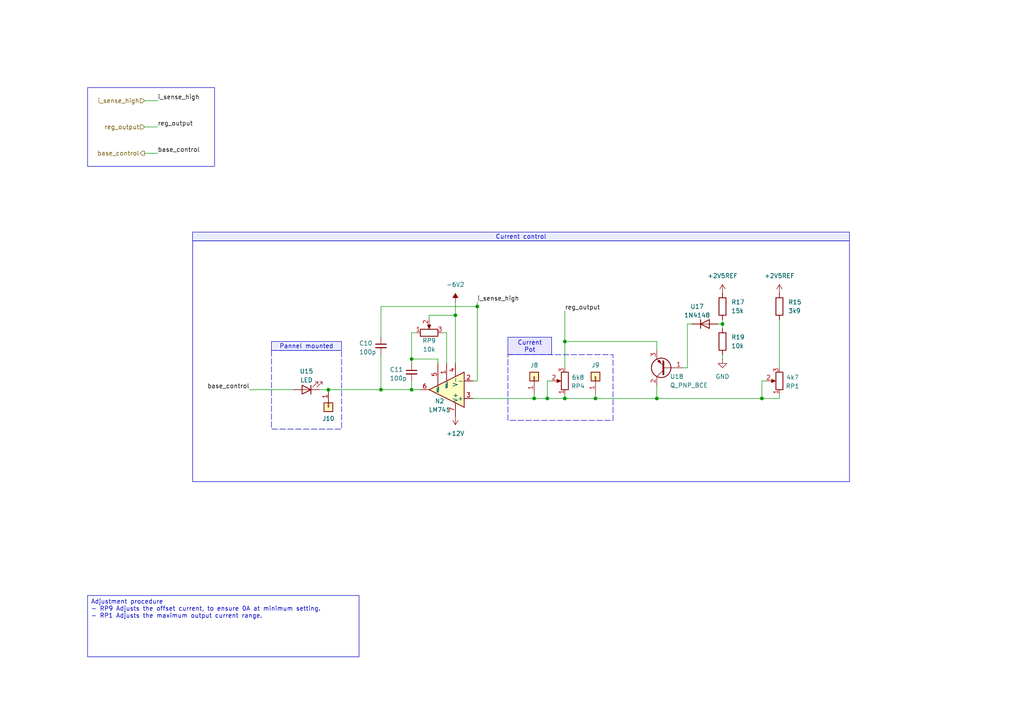
<source format=kicad_sch>
(kicad_sch (version 20250114) (generator "eeschema") (generator_version "9.0")
  (paper "A4")
  (title_block (title "PS23023 Master") (date "2025-12-29") (rev "1.0.0") (comment 1 "Compliant with Velleman’s layout"))
  (lib_symbols
    (symbol "Amplifier_Operational:LM741" (pin_names (offset 0.127))
      (property "Reference" "U" (at 0 6.35 0))
      (property "Value" "LM741" (at 0 3.81 0))
      (symbol "LM741_0_1"
        (polyline (pts (xy -5.08 5.08) (xy 5.08 0) (xy -5.08 -5.08) (xy -5.08 5.08)) (stroke (width 0.254)) (fill (type background)))
      )
      (symbol "LM741_1_1"
        (pin input line (at -7.62 2.54 0) (length 2.54) (name "+") (number "3"))
        (pin input line (at -7.62 -2.54 0) (length 2.54) (name "-") (number "2"))
        (pin power_in line (at -2.54 7.62 270) (length 3.81) (name "V+") (number "7"))
        (pin power_in line (at -2.54 -7.62 90) (length 3.81) (name "V-") (number "4"))
        (pin no_connect line (at 0 2.54 270) (length 2.54) (hide yes) (name "NC") (number "8"))
        (pin input line (at 0 -7.62 90) (length 5.08) (name "NULL") (number "1"))
        (pin input line (at 2.54 -7.62 90) (length 6.35) (name "NULL") (number "5"))
        (pin output line (at 7.62 0 180) (length 2.54) (name "~") (number "6"))
      )
    )
    (symbol "Connector_Generic:Conn_01x01" (pin_names (offset 1.016) (hide yes))
      (property "Reference" "J" (at 0 2.54 0))
      (property "Value" "Conn_01x01" (at 0 -2.54 0))
      (symbol "Conn_01x01_1_1"
        (rectangle (start -1.27 1.27) (end 1.27 -1.27) (stroke (width 0.254)) (fill (type background)))
        (rectangle (start -1.27 0.127) (end 0 -0.127) (stroke (width 0.1524)))
        (pin passive line (at -5.08 0 0) (length 3.81) (name "Pin_1") (number "1"))
      )
    )
    (symbol "Device:C_Small" (pin_numbers (hide yes)) (pin_names (offset 0.254) (hide yes))
      (property "Reference" "C" (at 0.254 1.778 0))
      (property "Value" "C_Small" (at 0.254 -2.032 0))
      (symbol "C_Small_0_1"
        (polyline (pts (xy -1.524 0.508) (xy 1.524 0.508)) (stroke (width 0.3048)))
        (polyline (pts (xy -1.524 -0.508) (xy 1.524 -0.508)) (stroke (width 0.3302)))
      )
      (symbol "C_Small_1_1"
        (pin passive line (at 0 2.54 270) (length 2.032) (name "~") (number "1"))
        (pin passive line (at 0 -2.54 90) (length 2.032) (name "~") (number "2"))
      )
    )
    (symbol "Device:LED" (pin_numbers (hide yes)) (pin_names (offset 1.016) (hide yes))
      (property "Reference" "D" (at 0 2.54 0))
      (property "Value" "LED" (at 0 -2.54 0))
      (symbol "LED_0_1"
        (polyline (pts (xy -3.048 -0.762) (xy -4.572 -2.286) (xy -3.81 -2.286) (xy -4.572 -2.286) (xy -4.572 -1.524)))
        (polyline (pts (xy -1.778 -0.762) (xy -3.302 -2.286) (xy -2.54 -2.286) (xy -3.302 -2.286) (xy -3.302 -1.524)))
        (polyline (pts (xy -1.27 0) (xy 1.27 0)))
        (polyline (pts (xy -1.27 -1.27) (xy -1.27 1.27)) (stroke (width 0.254)))
        (polyline (pts (xy 1.27 -1.27) (xy 1.27 1.27) (xy -1.27 0) (xy 1.27 -1.27)) (stroke (width 0.254)))
      )
      (symbol "LED_1_1"
        (pin passive line (at -3.81 0 0) (length 2.54) (name "K") (number "1"))
        (pin passive line (at 3.81 0 180) (length 2.54) (name "A") (number "2"))
      )
    )
    (symbol "Device:R" (pin_numbers (hide yes)) (pin_names (offset 0))
      (property "Reference" "R" (at 2.032 0 90))
      (property "Value" "R" (at 0 0 90))
      (symbol "R_0_1"
        (rectangle (start -1.016 -2.54) (end 1.016 2.54) (stroke (width 0.254)))
      )
      (symbol "R_1_1"
        (pin passive line (at 0 3.81 270) (length 1.27) (name "~") (number "1"))
        (pin passive line (at 0 -3.81 90) (length 1.27) (name "~") (number "2"))
      )
    )
    (symbol "Device:R_Potentiometer" (pin_names (offset 1.016) (hide yes))
      (property "Reference" "RV" (at -4.445 0 90))
      (property "Value" "R_Potentiometer" (at -2.54 0 90))
      (symbol "R_Potentiometer_0_1"
        (rectangle (start 1.016 2.54) (end -1.016 -2.54) (stroke (width 0.254)))
        (polyline (pts (xy 1.143 0) (xy 2.286 0.508) (xy 2.286 -0.508) (xy 1.143 0)) (fill (type outline)))
        (polyline (pts (xy 2.54 0) (xy 1.524 0)))
      )
      (symbol "R_Potentiometer_1_1"
        (pin passive line (at 0 3.81 270) (length 1.27) (name "1") (number "1"))
        (pin passive line (at 0 -3.81 90) (length 1.27) (name "3") (number "3"))
        (pin passive line (at 3.81 0 180) (length 1.27) (name "2") (number "2"))
      )
    )
    (symbol "Diode:1N4148" (pin_numbers (hide yes)) (pin_names (hide yes))
      (property "Reference" "D" (at 0 2.54 0))
      (property "Value" "1N4148" (at 0 -2.54 0))
      (symbol "1N4148_0_1"
        (polyline (pts (xy -1.27 1.27) (xy -1.27 -1.27)) (stroke (width 0.254)))
        (polyline (pts (xy 1.27 1.27) (xy 1.27 -1.27) (xy -1.27 0) (xy 1.27 1.27)) (stroke (width 0.254)))
        (polyline (pts (xy 1.27 0) (xy -1.27 0)))
      )
      (symbol "1N4148_1_1"
        (pin passive line (at -3.81 0 0) (length 2.54) (name "K") (number "1"))
        (pin passive line (at 3.81 0 180) (length 2.54) (name "A") (number "2"))
      )
    )
    (symbol "Transistor_BJT:Q_PNP_BCE" (pin_names (offset 0) (hide yes))
      (property "Reference" "Q" (at 5.08 1.27 0))
      (property "Value" "Q_PNP_BCE" (at 5.08 -1.27 0))
      (symbol "Q_PNP_BCE_0_1"
        (polyline (pts (xy -2.54 0) (xy 0.635 0)))
        (polyline (pts (xy 0.635 1.905) (xy 0.635 -1.905)) (stroke (width 0.508)))
        (polyline (pts (xy 0.635 0.635) (xy 2.54 2.54)))
        (polyline (pts (xy 0.635 -0.635) (xy 2.54 -2.54)))
        (circle (center 1.27 0) (radius 2.8194) (stroke (width 0.254)))
        (polyline (pts (xy 2.286 -1.778) (xy 1.778 -2.286) (xy 1.27 -1.27) (xy 2.286 -1.778)) (fill (type outline)))
      )
      (symbol "Q_PNP_BCE_1_1"
        (pin input line (at -5.08 0 0) (length 2.54) (name "B") (number "1"))
        (pin passive line (at 2.54 5.08 270) (length 2.54) (name "C") (number "2"))
        (pin passive line (at 2.54 -5.08 90) (length 2.54) (name "E") (number "3"))
      )
    )
    (symbol "power:+12V" (power) (pin_numbers (hide yes)) (pin_names (offset 0) (hide yes))
      (property "Value" "+12V" (at 0 3.556 0))
      (symbol "+12V_0_1"
        (polyline (pts (xy -0.762 1.27) (xy 0 2.54)))
        (polyline (pts (xy 0 2.54) (xy 0.762 1.27)))
        (polyline (pts (xy 0 0) (xy 0 2.54)))
      )
      (symbol "+12V_1_1"
        (pin power_in line (at 0 0 90) (length 0) (name "~") (number "1"))
      )
    )
    (symbol "power:+2V5" (power) (pin_numbers (hide yes)) (pin_names (offset 0) (hide yes))
      (property "Value" "+2V5" (at 0 3.556 0))
      (symbol "+2V5_0_1"
        (polyline (pts (xy -0.762 1.27) (xy 0 2.54)))
        (polyline (pts (xy 0 2.54) (xy 0.762 1.27)))
        (polyline (pts (xy 0 0) (xy 0 2.54)))
      )
      (symbol "+2V5_1_1"
        (pin power_in line (at 0 0 90) (length 0) (name "~") (number "1"))
      )
    )
    (symbol "power:-6V" (power) (pin_numbers (hide yes)) (pin_names (offset 0) (hide yes))
      (property "Value" "-6V" (at 0 3.556 0))
      (symbol "-6V_0_0"
        (pin power_in line (at 0 0 90) (length 0) (name "~") (number "1"))
      )
      (symbol "-6V_0_1"
        (polyline (pts (xy 0 0) (xy 0 1.27) (xy 0.762 1.27) (xy 0 2.54) (xy -0.762 1.27) (xy 0 1.27)) (fill (type outline)))
      )
    )
    (symbol "power:GND" (power) (pin_numbers (hide yes)) (pin_names (offset 0) (hide yes))
      (property "Value" "GND" (at 0 -3.81 0))
      (symbol "GND_0_1"
        (polyline (pts (xy 0 0) (xy 0 -1.27) (xy 1.27 -1.27) (xy 0 -2.54) (xy -1.27 -1.27) (xy 0 -1.27)))
      )
      (symbol "GND_1_1"
        (pin power_in line (at 0 0 270) (length 0) (name "~") (number "1"))
      )
    )
  )
  (rectangle (start 25.4 25.4) (end 62.23 48.26))
  (rectangle (start 147.32 102.87) (end 177.8 121.92) (stroke (width 0) (type dash)))
  (rectangle (start 55.88 69.85) (end 246.38 139.7))
  (rectangle (start 78.74 101.6) (end 99.06 124.46) (stroke (width 0) (type dash)))
  (text_box "Adjustment procedure\n- RP9 Adjusts the offset current, to ensure 0A at minimum setting.\n- RP1 Adjusts the maximum output current range." (at 25.4 172.72 0) (size 78.74 17.78) (margins 0.9525 0.9525 0.9525 0.9525) (effects (font (size 1.27 1.27)) (justify left top)))
  (text_box "Current Pot\n" (at 147.32 97.79 0) (size 12.7 5.08) (margins 0.9525 0.9525 0.9525 0.9525) (fill (type color) (color 232 229 255 1)) (effects (font (size 1.27 1.27))))
  (text_box "Pannel mounted" (at 78.74 99.06 0) (size 20.32 2.54) (margins 0.9525 0.9525 0.9525 0.9525) (fill (type color) (color 235 237 255 1)) (effects (font (size 1.27 1.27))))
  (text_box "Current control" (at 55.88 67.31 0) (size 190.5 2.54) (margins 0.9525 0.9525 0.9525 0.9525) (fill (type color) (color 235 237 255 1)) (effects (font (size 1.27 1.27))))
  (junction (at 95.25 113.03))
  (junction (at 163.83 115.57))
  (junction (at 209.55 93.98))
  (junction (at 119.38 104.14))
  (junction (at 220.98 115.57))
  (junction (at 158.75 115.57))
  (junction (at 154.94 115.57))
  (junction (at 138.43 88.9))
  (junction (at 163.83 99.06))
  (junction (at 172.72 115.57))
  (junction (at 190.5 115.57))
  (junction (at 110.49 113.03))
  (junction (at 119.38 113.03))
  (junction (at 132.08 91.44))
  (wire (pts (xy 172.72 115.57) (xy 163.83 115.57)))
  (wire (pts (xy 209.55 92.71) (xy 209.55 93.98)))
  (wire (pts (xy 138.43 110.49) (xy 137.16 110.49)))
  (wire (pts (xy 110.49 102.87) (xy 110.49 113.03)))
  (wire (pts (xy 138.43 87.63) (xy 138.43 88.9)))
  (wire (pts (xy 132.08 87.63) (xy 132.08 91.44)))
  (wire (pts (xy 137.16 115.57) (xy 154.94 115.57)))
  (wire (pts (xy 226.06 115.57) (xy 220.98 115.57)))
  (wire (pts (xy 41.91 36.83) (xy 45.72 36.83)))
  (wire (pts (xy 226.06 92.71) (xy 226.06 106.68)))
  (wire (pts (xy 72.39 113.03) (xy 85.09 113.03)))
  (wire (pts (xy 190.5 111.76) (xy 190.5 115.57)))
  (wire (pts (xy 95.25 113.03) (xy 110.49 113.03)))
  (wire (pts (xy 160.02 110.49) (xy 158.75 110.49)))
  (wire (pts (xy 128.27 96.52) (xy 129.54 96.52)))
  (wire (pts (xy 154.94 114.3) (xy 154.94 115.57)))
  (wire (pts (xy 154.94 115.57) (xy 158.75 115.57)))
  (wire (pts (xy 226.06 114.3) (xy 226.06 115.57)))
  (wire (pts (xy 190.5 99.06) (xy 163.83 99.06)))
  (wire (pts (xy 163.83 99.06) (xy 163.83 106.68)))
  (wire (pts (xy 199.39 93.98) (xy 199.39 106.68)))
  (wire (pts (xy 119.38 96.52) (xy 119.38 104.14)))
  (wire (pts (xy 158.75 110.49) (xy 158.75 115.57)))
  (wire (pts (xy 119.38 104.14) (xy 127 104.14)))
  (wire (pts (xy 209.55 102.87) (xy 209.55 104.14)))
  (wire (pts (xy 127 105.41) (xy 127 104.14)))
  (wire (pts (xy 220.98 110.49) (xy 220.98 115.57)))
  (wire (pts (xy 110.49 113.03) (xy 119.38 113.03)))
  (wire (pts (xy 208.28 93.98) (xy 209.55 93.98)))
  (wire (pts (xy 110.49 88.9) (xy 138.43 88.9)))
  (wire (pts (xy 41.91 29.21) (xy 45.72 29.21)))
  (wire (pts (xy 110.49 97.79) (xy 110.49 88.9)))
  (wire (pts (xy 220.98 115.57) (xy 190.5 115.57)))
  (wire (pts (xy 129.54 96.52) (xy 129.54 105.41)))
  (wire (pts (xy 132.08 91.44) (xy 132.08 105.41)))
  (wire (pts (xy 121.92 113.03) (xy 119.38 113.03)))
  (wire (pts (xy 200.66 93.98) (xy 199.39 93.98)))
  (wire (pts (xy 163.83 115.57) (xy 163.83 114.3)))
  (wire (pts (xy 190.5 115.57) (xy 172.72 115.57)))
  (wire (pts (xy 222.25 110.49) (xy 220.98 110.49)))
  (wire (pts (xy 120.65 96.52) (xy 119.38 96.52)))
  (wire (pts (xy 119.38 104.14) (xy 119.38 105.41)))
  (wire (pts (xy 41.91 44.45) (xy 45.72 44.45)))
  (wire (pts (xy 172.72 114.3) (xy 172.72 115.57)))
  (wire (pts (xy 158.75 115.57) (xy 163.83 115.57)))
  (wire (pts (xy 209.55 93.98) (xy 209.55 95.25)))
  (wire (pts (xy 124.46 91.44) (xy 132.08 91.44)))
  (wire (pts (xy 138.43 88.9) (xy 138.43 110.49)))
  (wire (pts (xy 124.46 92.71) (xy 124.46 91.44)))
  (wire (pts (xy 92.71 113.03) (xy 95.25 113.03)))
  (wire (pts (xy 199.39 106.68) (xy 198.12 106.68)))
  (wire (pts (xy 163.83 90.17) (xy 163.83 99.06)))
  (wire (pts (xy 119.38 113.03) (xy 119.38 110.49)))
  (wire (pts (xy 190.5 99.06) (xy 190.5 101.6)))
  (label "base_control" (at 45.72 44.45 0))
  (label "i_sense_high" (at 138.43 87.63 0))
  (label "i_sense_high" (at 45.72 29.21 0))
  (label "reg_output" (at 163.83 90.17 0))
  (label "reg_output" (at 45.72 36.83 0))
  (label "base_control" (at 72.39 113.03 180))
  (hierarchical_label "reg_output" (shape input) (at 41.91 36.83 180))
  (hierarchical_label "base_control" (shape output) (at 41.91 44.45 180))
  (hierarchical_label "i_sense_high" (shape input) (at 41.91 29.21 180))
  (symbol (lib_id "power:-6V") (at 132.08 87.63 0) (unit 1)
    (property "Reference" "#PWR03" (effects (hide yes)))
    (property "Value" "-6V2" (at 132.08 82.55 0))
    (property "Description" "Power symbol creates a global label with name \"-6V\"" (effects (hide yes)))
  )
  (symbol (lib_id "power:GND") (at 209.55 104.14 0) (unit 1)
    (property "Reference" "#PWR08" (effects (hide yes)))
    (property "Value" "GND" (at 209.55 109.22 0))
    (property "Description" "Power symbol creates a global label with name \"GND\" , ground" (effects (hide yes)))
  )
  (symbol (lib_id "power:+2V5") (at 209.55 85.09 0) (unit 1)
    (property "Reference" "#PWR0101" (effects (hide yes)))
    (property "Value" "+2V5REF" (at 209.55 80.01 0))
    (property "Description" "Power symbol creates a global label with name \"+2V5\"" (effects (hide yes)))
  )
  (symbol (lib_id "Device:R") (at 226.06 88.9 180) (unit 1)
    (property "Reference" "R15" (at 228.6 87.6299 0) (effects (justify right)))
    (property "Value" "3k9" (at 228.6 90.1699 0) (effects (justify right)))
    (property "Description" "Resistor" (effects (hide yes)))
  )
  (symbol (lib_id "Device:R_Potentiometer") (at 163.83 110.49 180) (unit 1)
    (property "Reference" "RP4" (at 167.64 112.014 0))
    (property "Value" "6k8" (at 167.64 109.474 0))
    (property "Description" "Potentiometer" (effects (hide yes)))
  )
  (symbol (lib_id "Device:R_Potentiometer") (at 124.46 96.52 90) (unit 1)
    (property "Reference" "RP9" (at 124.46 98.806 90))
    (property "Value" "10k" (at 124.46 101.346 90))
    (property "Description" "Potentiometer" (effects (hide yes)))
  )
  (symbol (lib_id "Diode:1N4148") (at 204.47 93.98 0) (unit 1)
    (property "Reference" "U17" (at 202.184 88.9 0))
    (property "Value" "1N4148" (at 202.184 91.44 0))
    (property "Footprint" "Diode_THT:D_DO-35_SOD27_P7.62mm_Horizontal" (effects (hide yes)))
    (property "Datasheet" "https://assets.nexperia.com/documents/data-sheet/1N4148_1N4448.pdf" (effects (hide yes)))
    (property "Description" "100V 0.15A standard switching diode, DO-35" (effects (hide yes)))
    (property "Sim.Device" "D" (effects (hide yes)))
    (property "Sim.Pins" "1=K 2=A" (effects (hide yes)))
  )
  (symbol (lib_id "power:+12V") (at 132.08 120.65 180) (unit 1)
    (property "Reference" "#PWR06" (effects (hide yes)))
    (property "Value" "+12V" (at 132.08 125.73 0))
    (property "Description" "Power symbol creates a global label with name \"+12V\"" (effects (hide yes)))
  )
  (symbol (lib_id "Device:LED") (at 88.9 113.03 180) (unit 1)
    (property "Reference" "U15" (at 88.9 107.696 0))
    (property "Value" "LED" (at 88.9 110.236 0))
    (property "Description" "Light emitting diode" (effects (hide yes)))
    (property "Sim.Pins" "1=K 2=A" (effects (hide yes)))
  )
  (symbol (lib_id "Device:C_Small") (at 110.49 100.33 0) (unit 1)
    (property "Reference" "C10" (at 104.14 99.568 0) (effects (justify left)))
    (property "Value" "100p" (at 104.14 102.108 0) (effects (justify left)))
    (property "Description" "Unpolarized capacitor, small symbol" (effects (hide yes)))
  )
  (symbol (lib_id "Device:R") (at 209.55 88.9 180) (unit 1)
    (property "Reference" "R17" (at 212.09 87.6299 0) (effects (justify right)))
    (property "Value" "15k" (at 212.09 90.1699 0) (effects (justify right)))
    (property "Description" "Resistor" (effects (hide yes)))
  )
  (symbol (lib_id "power:+2V5") (at 226.06 85.09 0) (unit 1)
    (property "Reference" "#PWR09" (effects (hide yes)))
    (property "Value" "+2V5REF" (at 226.06 80.01 0))
    (property "Description" "Power symbol creates a global label with name \"+2V5\"" (effects (hide yes)))
  )
  (symbol (lib_id "Device:R") (at 209.55 99.06 180) (unit 1)
    (property "Reference" "R19" (at 212.09 97.7899 0) (effects (justify right)))
    (property "Value" "10k" (at 212.09 100.3299 0) (effects (justify right)))
    (property "Description" "Resistor" (effects (hide yes)))
  )
  (symbol (lib_id "Device:R_Potentiometer") (at 226.06 110.49 180) (unit 1)
    (property "Reference" "RP1" (at 229.87 112.014 0))
    (property "Value" "4k7" (at 229.87 109.474 0))
    (property "Description" "Potentiometer" (effects (hide yes)))
  )
  (symbol (lib_id "Connector_Generic:Conn_01x01") (at 154.94 109.22 90) (unit 1)
    (property "Reference" "J8" (at 154.94 105.918 90))
    (property "Value" "Conn_01x01" (effects (hide yes)))
    (property "Description" "Generic connector, single row, 01x01, script generated (kicad-library-utils/schlib/autogen/connector/)" (effects (hide yes)))
  )
  (symbol (lib_id "Connector_Generic:Conn_01x01") (at 95.25 118.11 270) (unit 1)
    (property "Reference" "J10" (at 95.25 121.412 90))
    (property "Value" "Conn_01x01" (effects (hide yes)))
    (property "Description" "Generic connector, single row, 01x01, script generated (kicad-library-utils/schlib/autogen/connector/)" (effects (hide yes)))
  )
  (symbol (lib_id "Amplifier_Operational:LM741") (at 129.54 113.03 180) (unit 1)
    (property "Reference" "N2" (at 127.508 116.332 0))
    (property "Value" "LM741" (at 127.508 118.872 0))
    (property "Datasheet" "http://www.ti.com/lit/ds/symlink/lm741.pdf" (effects (hide yes)))
    (property "Description" "Operational Amplifier, DIP-8/TO-99-8" (effects (hide yes)))
  )
  (symbol (lib_id "Device:C_Small") (at 119.38 107.95 0) (unit 1)
    (property "Reference" "C11" (at 113.03 107.188 0) (effects (justify left)))
    (property "Value" "100p" (at 113.03 109.728 0) (effects (justify left)))
    (property "Description" "Unpolarized capacitor, small symbol" (effects (hide yes)))
  )
  (symbol (lib_id "Transistor_BJT:Q_PNP_BCE") (at 193.04 106.68 180) (unit 1)
    (property "Reference" "U18" (at 194.31 109.22 0) (effects (justify right)))
    (property "Value" "Q_PNP_BCE" (at 194.31 111.76 0) (effects (justify right)))
    (property "Description" "PNP transistor, base/collector/emitter" (effects (hide yes)))
  )
  (symbol (lib_id "Connector_Generic:Conn_01x01") (at 172.72 109.22 90) (unit 1)
    (property "Reference" "J9" (at 172.72 105.918 90))
    (property "Value" "Conn_01x01" (effects (hide yes)))
    (property "Description" "Generic connector, single row, 01x01, script generated (kicad-library-utils/schlib/autogen/connector/)" (effects (hide yes)))
  )
)
</source>
